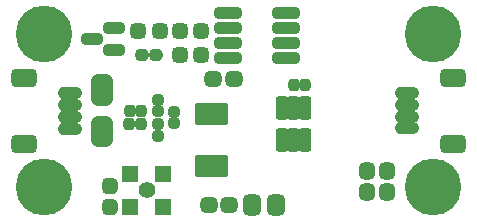
<source format=gbr>
%TF.GenerationSoftware,KiCad,Pcbnew,(6.0.4-0)*%
%TF.CreationDate,2022-08-26T15:35:11-06:00*%
%TF.ProjectId,lm334-source-v2,6c6d3333-342d-4736-9f75-7263652d7632,rev?*%
%TF.SameCoordinates,Original*%
%TF.FileFunction,Soldermask,Top*%
%TF.FilePolarity,Negative*%
%FSLAX46Y46*%
G04 Gerber Fmt 4.6, Leading zero omitted, Abs format (unit mm)*
G04 Created by KiCad (PCBNEW (6.0.4-0)) date 2022-08-26 15:35:11*
%MOMM*%
%LPD*%
G01*
G04 APERTURE LIST*
G04 Aperture macros list*
%AMRoundRect*
0 Rectangle with rounded corners*
0 $1 Rounding radius*
0 $2 $3 $4 $5 $6 $7 $8 $9 X,Y pos of 4 corners*
0 Add a 4 corners polygon primitive as box body*
4,1,4,$2,$3,$4,$5,$6,$7,$8,$9,$2,$3,0*
0 Add four circle primitives for the rounded corners*
1,1,$1+$1,$2,$3*
1,1,$1+$1,$4,$5*
1,1,$1+$1,$6,$7*
1,1,$1+$1,$8,$9*
0 Add four rect primitives between the rounded corners*
20,1,$1+$1,$2,$3,$4,$5,0*
20,1,$1+$1,$4,$5,$6,$7,0*
20,1,$1+$1,$6,$7,$8,$9,0*
20,1,$1+$1,$8,$9,$2,$3,0*%
%AMFreePoly0*
4,1,41,0.586777,0.930194,0.656366,0.874698,0.694986,0.794504,0.700000,0.750000,0.700000,-0.750000,0.680194,-0.836777,0.624698,-0.906366,0.544504,-0.944986,0.500000,-0.950000,0.000000,-0.950000,-0.023504,-0.944635,-0.083606,-0.943534,-0.139582,-0.934468,-0.274897,-0.892193,-0.326080,-0.867780,-0.444090,-0.789225,-0.486362,-0.751429,-0.577582,-0.642910,-0.607548,-0.594768,-0.664643,-0.465009,
-0.679893,-0.410393,-0.697476,-0.275933,-0.697084,-0.275882,-0.700000,-0.250000,-0.700000,0.250000,-0.697921,0.259109,-0.697582,0.286880,-0.675771,0.426957,-0.659192,0.481183,-0.598944,0.609508,-0.567811,0.656904,-0.473967,0.763162,-0.430783,0.799915,-0.310888,0.875563,-0.259125,0.898717,-0.122818,0.937674,-0.066635,0.945370,-0.042411,0.945222,0.000000,0.950000,0.500000,0.950000,
0.586777,0.930194,0.586777,0.930194,$1*%
%AMFreePoly1*
4,1,41,0.022678,0.944824,0.075125,0.944504,0.131210,0.936123,0.267031,0.895504,0.318507,0.871718,0.437469,0.794611,0.480202,0.757333,0.572740,0.649936,0.603290,0.602165,0.661967,0.473113,0.677883,0.418686,0.697980,0.278353,0.700000,0.250000,0.700000,-0.250000,0.699985,-0.252439,0.699836,-0.264655,0.697079,-0.295398,0.673559,-0.435199,0.656318,-0.489221,0.594506,-0.616800,
0.562797,-0.663810,0.467662,-0.768914,0.424032,-0.805137,0.303222,-0.879314,0.251181,-0.901834,0.114408,-0.939123,0.058135,-0.946132,0.037663,-0.945757,0.000000,-0.950000,-0.500000,-0.950000,-0.586777,-0.930194,-0.656366,-0.874698,-0.694986,-0.794504,-0.700000,-0.750000,-0.700000,0.750000,-0.680194,0.836777,-0.624698,0.906366,-0.544504,0.944986,-0.500000,0.950000,0.000000,0.950000,
0.022678,0.944824,0.022678,0.944824,$1*%
G04 Aperture macros list end*
%ADD10C,1.100000*%
%ADD11C,4.800000*%
%ADD12RoundRect,0.347500X0.147500X0.172500X-0.147500X0.172500X-0.147500X-0.172500X0.147500X-0.172500X0*%
%ADD13RoundRect,0.450000X0.325000X0.450000X-0.325000X0.450000X-0.325000X-0.450000X0.325000X-0.450000X0*%
%ADD14RoundRect,0.347500X-0.172500X0.147500X-0.172500X-0.147500X0.172500X-0.147500X0.172500X0.147500X0*%
%ADD15RoundRect,0.347500X-0.147500X-0.172500X0.147500X-0.172500X0.147500X0.172500X-0.147500X0.172500X0*%
%ADD16RoundRect,0.350000X-0.625000X0.150000X-0.625000X-0.150000X0.625000X-0.150000X0.625000X0.150000X0*%
%ADD17RoundRect,0.450000X-0.650000X0.350000X-0.650000X-0.350000X0.650000X-0.350000X0.650000X0.350000X0*%
%ADD18FreePoly0,270.000000*%
%ADD19FreePoly1,270.000000*%
%ADD20RoundRect,0.437500X0.237500X-0.287500X0.237500X0.287500X-0.237500X0.287500X-0.237500X-0.287500X0*%
%ADD21RoundRect,0.350000X0.625000X-0.150000X0.625000X0.150000X-0.625000X0.150000X-0.625000X-0.150000X0*%
%ADD22RoundRect,0.450000X0.650000X-0.350000X0.650000X0.350000X-0.650000X0.350000X-0.650000X-0.350000X0*%
%ADD23RoundRect,0.200000X0.225000X0.725000X-0.225000X0.725000X-0.225000X-0.725000X0.225000X-0.725000X0*%
%ADD24RoundRect,0.437500X0.250000X0.237500X-0.250000X0.237500X-0.250000X-0.237500X0.250000X-0.237500X0*%
%ADD25RoundRect,0.200000X0.325000X-0.780000X0.325000X0.780000X-0.325000X0.780000X-0.325000X-0.780000X0*%
%ADD26C,1.400000*%
%ADD27RoundRect,0.200000X-0.500000X-0.500000X0.500000X-0.500000X0.500000X0.500000X-0.500000X0.500000X0*%
%ADD28RoundRect,0.437500X-0.300000X-0.237500X0.300000X-0.237500X0.300000X0.237500X-0.300000X0.237500X0*%
%ADD29RoundRect,0.350000X-0.825000X-0.150000X0.825000X-0.150000X0.825000X0.150000X-0.825000X0.150000X0*%
%ADD30RoundRect,0.350000X0.587500X0.150000X-0.587500X0.150000X-0.587500X-0.150000X0.587500X-0.150000X0*%
%ADD31RoundRect,0.437500X-0.237500X0.250000X-0.237500X-0.250000X0.237500X-0.250000X0.237500X0.250000X0*%
%ADD32RoundRect,0.360000X0.197500X0.160000X-0.197500X0.160000X-0.197500X-0.160000X0.197500X-0.160000X0*%
%ADD33RoundRect,0.437500X0.300000X0.237500X-0.300000X0.237500X-0.300000X-0.237500X0.300000X-0.237500X0*%
G04 APERTURE END LIST*
D10*
%TO.C,MH1*%
X101350000Y-84000000D03*
X103000000Y-82350000D03*
X104166726Y-85166726D03*
X104166726Y-82833274D03*
D11*
X103000000Y-84000000D03*
D10*
X104650000Y-84000000D03*
X101833274Y-82833274D03*
X101833274Y-85166726D03*
X103000000Y-85650000D03*
%TD*%
D11*
%TO.C,MH2*%
X136000000Y-84000000D03*
D10*
X137166726Y-82833274D03*
X134350000Y-84000000D03*
X137650000Y-84000000D03*
X137166726Y-85166726D03*
X136000000Y-82350000D03*
X136000000Y-85650000D03*
X134833274Y-85166726D03*
X134833274Y-82833274D03*
%TD*%
%TO.C,MH3*%
X101833274Y-98166726D03*
D11*
X103000000Y-97000000D03*
D10*
X104166726Y-98166726D03*
X101833274Y-95833274D03*
X104166726Y-95833274D03*
X103000000Y-95350000D03*
X104650000Y-97000000D03*
X101350000Y-97000000D03*
X103000000Y-98650000D03*
%TD*%
D11*
%TO.C,MH4*%
X136000000Y-97000000D03*
D10*
X134833274Y-95833274D03*
X134350000Y-97000000D03*
X137650000Y-97000000D03*
X136000000Y-95350000D03*
X137166726Y-98166726D03*
X137166726Y-95833274D03*
X134833274Y-98166726D03*
X136000000Y-98650000D03*
%TD*%
D12*
%TO.C,R3*%
X111250000Y-90550000D03*
X110280000Y-90550000D03*
%TD*%
%TO.C,R4*%
X111235000Y-91650000D03*
X110265000Y-91650000D03*
%TD*%
D13*
%TO.C,L1*%
X122660000Y-98450000D03*
X120610000Y-98450000D03*
%TD*%
D14*
%TO.C,C1*%
X112650000Y-89565000D03*
X112650000Y-90535000D03*
%TD*%
%TO.C,C2*%
X112650000Y-91650000D03*
X112650000Y-92620000D03*
%TD*%
%TO.C,C3*%
X114050000Y-90590000D03*
X114050000Y-91560000D03*
%TD*%
D15*
%TO.C,C4*%
X124165000Y-88350000D03*
X125135000Y-88350000D03*
%TD*%
D16*
%TO.C,J1*%
X105250000Y-89050000D03*
X105250000Y-90050000D03*
X105250000Y-91050000D03*
X105250000Y-92050000D03*
D17*
X101375000Y-93350000D03*
X101375000Y-87750000D03*
%TD*%
D18*
%TO.C,JP1*%
X107950000Y-88100000D03*
D19*
X107950000Y-89400000D03*
%TD*%
D18*
%TO.C,JP2*%
X107950000Y-91600000D03*
D19*
X107950000Y-92900000D03*
%TD*%
D20*
%TO.C,R1*%
X132050000Y-97375000D03*
X132050000Y-95625000D03*
%TD*%
%TO.C,R2*%
X130400000Y-97375000D03*
X130400000Y-95625000D03*
%TD*%
D21*
%TO.C,J2*%
X133750000Y-92000000D03*
X133750000Y-91000000D03*
X133750000Y-90000000D03*
X133750000Y-89000000D03*
D22*
X137625000Y-87700000D03*
X137625000Y-93300000D03*
%TD*%
D23*
%TO.C,U3*%
X118225000Y-90750000D03*
X117575000Y-90750000D03*
X116925000Y-90750000D03*
X116275000Y-90750000D03*
X116275000Y-95150000D03*
X116925000Y-95150000D03*
X117575000Y-95150000D03*
X118225000Y-95150000D03*
%TD*%
D24*
%TO.C,R9*%
X112862500Y-83750000D03*
X111037500Y-83750000D03*
%TD*%
D25*
%TO.C,U1*%
X123200000Y-93000000D03*
X124150000Y-93000000D03*
X125100000Y-93000000D03*
X125100000Y-90300000D03*
X124150000Y-90300000D03*
X123200000Y-90300000D03*
%TD*%
D26*
%TO.C,J3*%
X111750000Y-97250000D03*
D27*
X113150000Y-98650000D03*
X110350000Y-95850000D03*
X110350000Y-98650000D03*
X113150000Y-95850000D03*
%TD*%
D28*
%TO.C,C5*%
X116987500Y-98450000D03*
X118712500Y-98450000D03*
%TD*%
D29*
%TO.C,U2*%
X118575000Y-82245000D03*
X118575000Y-83515000D03*
X118575000Y-84785000D03*
X118575000Y-86055000D03*
X123525000Y-86055000D03*
X123525000Y-84785000D03*
X123525000Y-83515000D03*
X123525000Y-82245000D03*
%TD*%
D24*
%TO.C,R6*%
X116362500Y-85750000D03*
X114537500Y-85750000D03*
%TD*%
D30*
%TO.C,Q1*%
X108987500Y-85400000D03*
X108987500Y-83500000D03*
X107112500Y-84450000D03*
%TD*%
D24*
%TO.C,R8*%
X116362500Y-83750000D03*
X114537500Y-83750000D03*
%TD*%
D31*
%TO.C,R5*%
X108650000Y-96850000D03*
X108650000Y-98675000D03*
%TD*%
D32*
%TO.C,R7*%
X112547500Y-85750000D03*
X111352500Y-85750000D03*
%TD*%
D33*
%TO.C,C6*%
X119112500Y-87850000D03*
X117387500Y-87850000D03*
%TD*%
M02*

</source>
